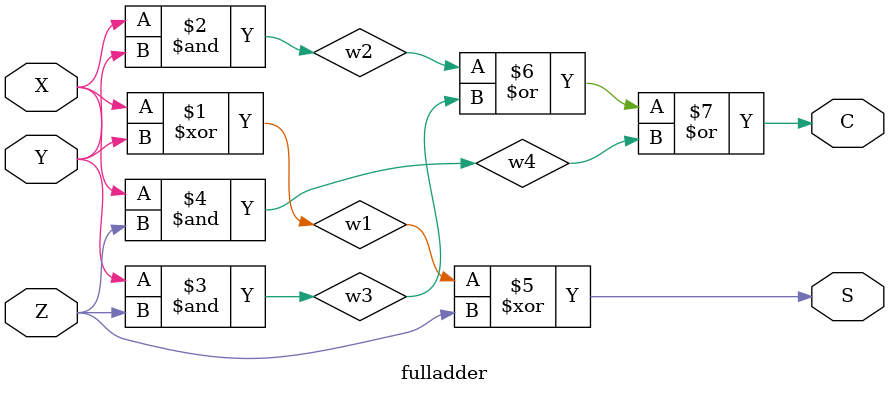
<source format=v>
module fulladder(S,C,X,Y,Z);
	input X, Y, Z;
	output S, C;
	wire w1, w2, w3, w4;
	
	xor U0 (w1,X,Y);
	and U1 (w2,X,Y);
	and U2 (w3,Y,Z);
	and U3 (w4,X,Z);
	xor U4 (S,w1,Z);
	or U5 (C,w2,w3,w4);
	
endmodule

</source>
